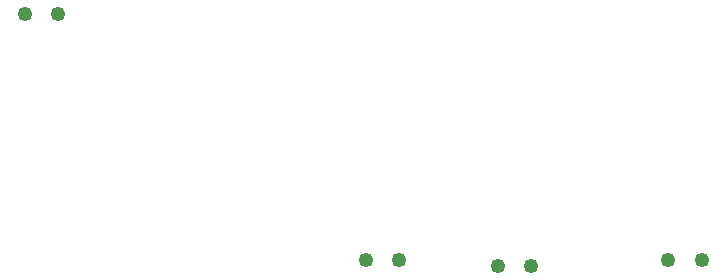
<source format=gbr>
%TF.GenerationSoftware,KiCad,Pcbnew,9.0.4*%
%TF.CreationDate,2025-11-19T22:25:03-07:00*%
%TF.ProjectId,PIC circuit,50494320-6369-4726-9375-69742e6b6963,rev?*%
%TF.SameCoordinates,Original*%
%TF.FileFunction,Paste,Top*%
%TF.FilePolarity,Positive*%
%FSLAX46Y46*%
G04 Gerber Fmt 4.6, Leading zero omitted, Abs format (unit mm)*
G04 Created by KiCad (PCBNEW 9.0.4) date 2025-11-19 22:25:03*
%MOMM*%
%LPD*%
G01*
G04 APERTURE LIST*
%ADD10C,1.250000*%
G04 APERTURE END LIST*
D10*
%TO.C,D1*%
X111300000Y-105100000D03*
X108500000Y-105100000D03*
%TD*%
%TO.C,D5*%
X148565000Y-126420000D03*
X151365000Y-126420000D03*
%TD*%
%TO.C,D3*%
X137410000Y-125920000D03*
X140210000Y-125920000D03*
%TD*%
%TO.C,D4*%
X163010000Y-125920000D03*
X165810000Y-125920000D03*
%TD*%
M02*

</source>
